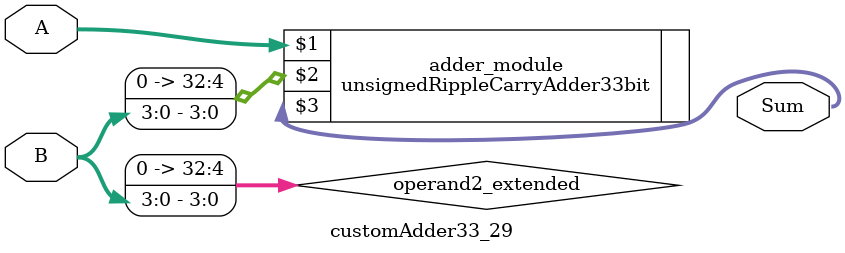
<source format=v>
module customAdder33_29(
                        input [32 : 0] A,
                        input [3 : 0] B,
                        
                        output [33 : 0] Sum
                );

        wire [32 : 0] operand2_extended;
        
        assign operand2_extended =  {29'b0, B};
        
        unsignedRippleCarryAdder33bit adder_module(
            A,
            operand2_extended,
            Sum
        );
        
        endmodule
        
</source>
